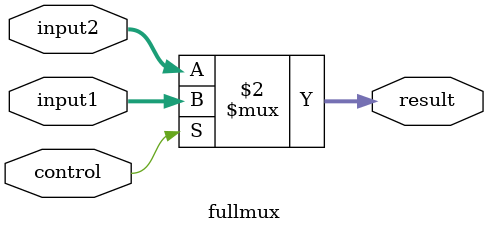
<source format=v>
module fullmux(input[31:0] input1, input2,
	input control,
	output [31:0] result);
	
	assign result = (control == 1'b1) ? input1 : input2;
	
endmodule
</source>
